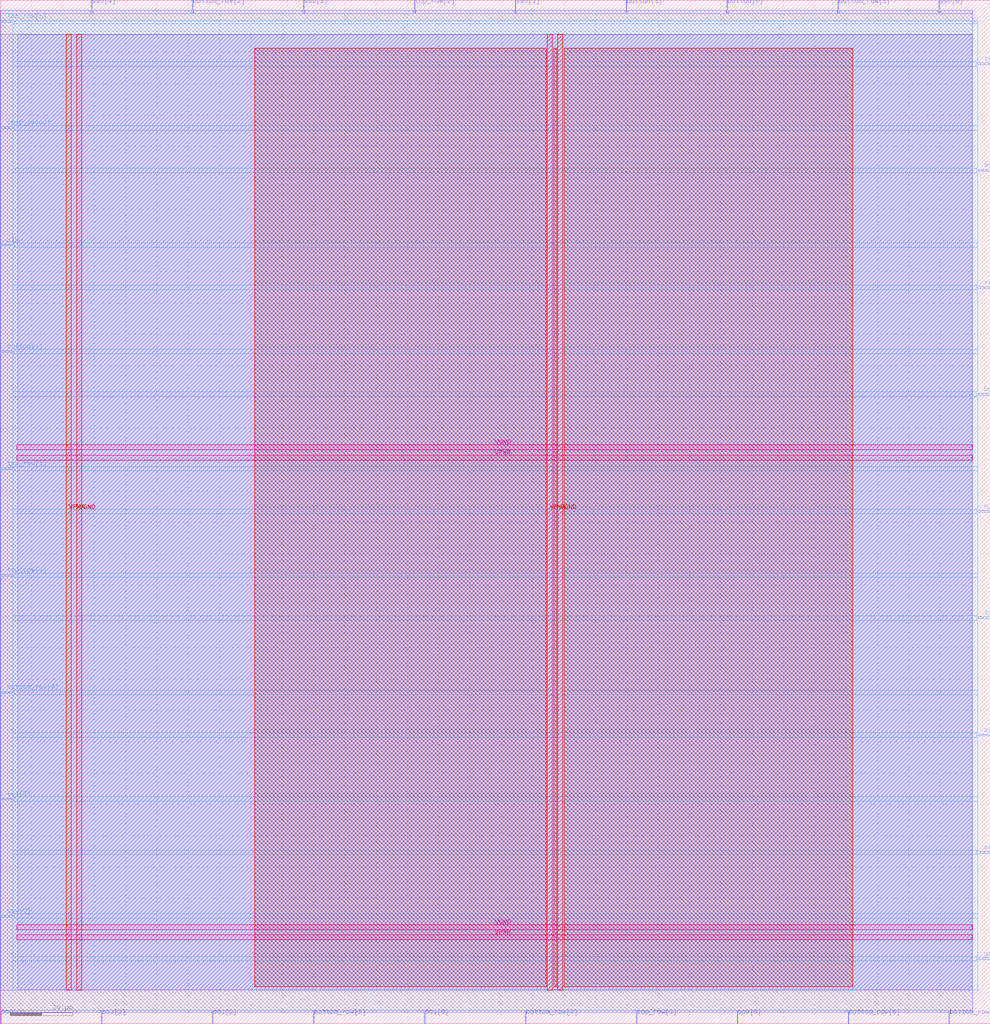
<source format=lef>
VERSION 5.7 ;
  NOWIREEXTENSIONATPIN ON ;
  DIVIDERCHAR "/" ;
  BUSBITCHARS "[]" ;
MACRO Guitar_Villains
  CLASS BLOCK ;
  FOREIGN Guitar_Villains ;
  ORIGIN 0.000 0.000 ;
  SIZE 315.970 BY 326.690 ;
  PIN VGND
    DIRECTION INOUT ;
    USE GROUND ;
    PORT
      LAYER met4 ;
        RECT 24.340 10.640 25.940 315.760 ;
    END
    PORT
      LAYER met4 ;
        RECT 177.940 10.640 179.540 315.760 ;
    END
    PORT
      LAYER met5 ;
        RECT 5.280 30.030 310.280 31.630 ;
    END
    PORT
      LAYER met5 ;
        RECT 5.280 183.210 310.280 184.810 ;
    END
  END VGND
  PIN VPWR
    DIRECTION INOUT ;
    USE POWER ;
    PORT
      LAYER met4 ;
        RECT 21.040 10.640 22.640 315.760 ;
    END
    PORT
      LAYER met4 ;
        RECT 174.640 10.640 176.240 315.760 ;
    END
    PORT
      LAYER met5 ;
        RECT 5.280 26.730 310.280 28.330 ;
    END
    PORT
      LAYER met5 ;
        RECT 5.280 179.910 310.280 181.510 ;
    END
  END VPWR
  PIN bottom_row[0]
    DIRECTION OUTPUT TRISTATE ;
    USE SIGNAL ;
    ANTENNADIFFAREA 0.795200 ;
    PORT
      LAYER met2 ;
        RECT 167.530 0.000 167.810 4.000 ;
    END
  END bottom_row[0]
  PIN bottom_row[1]
    DIRECTION OUTPUT TRISTATE ;
    USE SIGNAL ;
    ANTENNADIFFAREA 0.795200 ;
    PORT
      LAYER met2 ;
        RECT 302.770 0.000 303.050 4.000 ;
    END
  END bottom_row[1]
  PIN bottom_row[2]
    DIRECTION OUTPUT TRISTATE ;
    USE SIGNAL ;
    ANTENNADIFFAREA 0.795200 ;
    PORT
      LAYER met2 ;
        RECT 61.270 322.690 61.550 326.690 ;
    END
  END bottom_row[2]
  PIN bottom_row[3]
    DIRECTION OUTPUT TRISTATE ;
    USE SIGNAL ;
    ANTENNADIFFAREA 0.795200 ;
    PORT
      LAYER met2 ;
        RECT 267.350 322.690 267.630 326.690 ;
    END
  END bottom_row[3]
  PIN bottom_row[4]
    DIRECTION OUTPUT TRISTATE ;
    USE SIGNAL ;
    ANTENNADIFFAREA 0.795200 ;
    PORT
      LAYER met3 ;
        RECT 0.000 105.440 4.000 106.040 ;
    END
  END bottom_row[4]
  PIN bottom_row[5]
    DIRECTION OUTPUT TRISTATE ;
    USE SIGNAL ;
    ANTENNADIFFAREA 0.445500 ;
    PORT
      LAYER met2 ;
        RECT 99.910 0.000 100.190 4.000 ;
    END
  END bottom_row[5]
  PIN bottom_row[6]
    DIRECTION OUTPUT TRISTATE ;
    USE SIGNAL ;
    ANTENNADIFFAREA 0.795200 ;
    PORT
      LAYER met2 ;
        RECT 270.570 0.000 270.850 4.000 ;
    END
  END bottom_row[6]
  PIN button[0]
    DIRECTION INPUT ;
    USE SIGNAL ;
    ANTENNAGATEAREA 0.196500 ;
    PORT
      LAYER met2 ;
        RECT 231.930 322.690 232.210 326.690 ;
    END
  END button[0]
  PIN button[1]
    DIRECTION INPUT ;
    USE SIGNAL ;
    ANTENNAGATEAREA 0.196500 ;
    PORT
      LAYER met3 ;
        RECT 0.000 214.240 4.000 214.840 ;
    END
  END button[1]
  PIN button[2]
    DIRECTION INPUT ;
    USE SIGNAL ;
    ANTENNAGATEAREA 0.196500 ;
    PORT
      LAYER met3 ;
        RECT 311.970 200.640 315.970 201.240 ;
    END
  END button[2]
  PIN button[3]
    DIRECTION INPUT ;
    USE SIGNAL ;
    ANTENNAGATEAREA 0.196500 ;
    PORT
      LAYER met2 ;
        RECT 199.730 322.690 200.010 326.690 ;
    END
  END button[3]
  PIN chip_select
    DIRECTION INPUT ;
    USE SIGNAL ;
    ANTENNAGATEAREA 0.213000 ;
    PORT
      LAYER met3 ;
        RECT 0.000 285.640 4.000 286.240 ;
    END
  END chip_select
  PIN clk
    DIRECTION INPUT ;
    USE SIGNAL ;
    ANTENNAGATEAREA 0.852000 ;
    PORT
      LAYER met3 ;
        RECT 0.000 248.240 4.000 248.840 ;
    END
  END clk
  PIN green_disp
    DIRECTION OUTPUT TRISTATE ;
    USE SIGNAL ;
    ANTENNADIFFAREA 0.445500 ;
    PORT
      LAYER met3 ;
        RECT 311.970 20.440 315.970 21.040 ;
    END
  END green_disp
  PIN n_rst
    DIRECTION INPUT ;
    USE SIGNAL ;
    ANTENNAGATEAREA 0.213000 ;
    PORT
      LAYER met3 ;
        RECT 311.970 163.240 315.970 163.840 ;
    END
  END n_rst
  PIN red_disp
    DIRECTION OUTPUT TRISTATE ;
    USE SIGNAL ;
    ANTENNADIFFAREA 0.795200 ;
    PORT
      LAYER met3 ;
        RECT 311.970 234.640 315.970 235.240 ;
    END
  END red_disp
  PIN ss0[0]
    DIRECTION OUTPUT TRISTATE ;
    USE SIGNAL ;
    ANTENNADIFFAREA 0.795200 ;
    PORT
      LAYER met2 ;
        RECT 0.090 0.000 0.370 4.000 ;
    END
  END ss0[0]
  PIN ss0[1]
    DIRECTION OUTPUT TRISTATE ;
    USE SIGNAL ;
    ANTENNADIFFAREA 0.795200 ;
    PORT
      LAYER met2 ;
        RECT 164.310 322.690 164.590 326.690 ;
    END
  END ss0[1]
  PIN ss0[2]
    DIRECTION OUTPUT TRISTATE ;
    USE SIGNAL ;
    ANTENNADIFFAREA 0.795200 ;
    PORT
      LAYER met3 ;
        RECT 0.000 34.040 4.000 34.640 ;
    END
  END ss0[2]
  PIN ss0[3]
    DIRECTION OUTPUT TRISTATE ;
    USE SIGNAL ;
    ANTENNADIFFAREA 0.795200 ;
    PORT
      LAYER met2 ;
        RECT 96.690 322.690 96.970 326.690 ;
    END
  END ss0[3]
  PIN ss0[4]
    DIRECTION OUTPUT TRISTATE ;
    USE SIGNAL ;
    ANTENNADIFFAREA 0.445500 ;
    PORT
      LAYER met2 ;
        RECT 29.070 322.690 29.350 326.690 ;
    END
  END ss0[4]
  PIN ss0[5]
    DIRECTION OUTPUT TRISTATE ;
    USE SIGNAL ;
    ANTENNADIFFAREA 0.795200 ;
    PORT
      LAYER met2 ;
        RECT 235.150 0.000 235.430 4.000 ;
    END
  END ss0[5]
  PIN ss0[6]
    DIRECTION OUTPUT TRISTATE ;
    USE SIGNAL ;
    ANTENNADIFFAREA 0.795200 ;
    PORT
      LAYER met2 ;
        RECT 299.550 322.690 299.830 326.690 ;
    END
  END ss0[6]
  PIN ss1[0]
    DIRECTION OUTPUT TRISTATE ;
    USE SIGNAL ;
    ANTENNADIFFAREA 0.795200 ;
    PORT
      LAYER met3 ;
        RECT 311.970 54.440 315.970 55.040 ;
    END
  END ss1[0]
  PIN ss1[1]
    DIRECTION OUTPUT TRISTATE ;
    USE SIGNAL ;
    ANTENNADIFFAREA 0.795200 ;
    PORT
      LAYER met2 ;
        RECT 32.290 0.000 32.570 4.000 ;
    END
  END ss1[1]
  PIN ss1[2]
    DIRECTION OUTPUT TRISTATE ;
    USE SIGNAL ;
    ANTENNADIFFAREA 0.795200 ;
    PORT
      LAYER met2 ;
        RECT 67.710 0.000 67.990 4.000 ;
    END
  END ss1[2]
  PIN ss1[3]
    DIRECTION OUTPUT TRISTATE ;
    USE SIGNAL ;
    ANTENNADIFFAREA 0.795200 ;
    PORT
      LAYER met3 ;
        RECT 0.000 71.440 4.000 72.040 ;
    END
  END ss1[3]
  PIN ss1[4]
    DIRECTION OUTPUT TRISTATE ;
    USE SIGNAL ;
    ANTENNADIFFAREA 0.445500 ;
    PORT
      LAYER met3 ;
        RECT 311.970 91.840 315.970 92.440 ;
    END
  END ss1[4]
  PIN ss1[5]
    DIRECTION OUTPUT TRISTATE ;
    USE SIGNAL ;
    ANTENNADIFFAREA 0.795200 ;
    PORT
      LAYER met2 ;
        RECT 135.330 0.000 135.610 4.000 ;
    END
  END ss1[5]
  PIN ss1[6]
    DIRECTION OUTPUT TRISTATE ;
    USE SIGNAL ;
    ANTENNADIFFAREA 0.445500 ;
    PORT
      LAYER met3 ;
        RECT 311.970 272.040 315.970 272.640 ;
    END
  END ss1[6]
  PIN top_row[0]
    DIRECTION OUTPUT TRISTATE ;
    USE SIGNAL ;
    ANTENNADIFFAREA 0.445500 ;
    PORT
      LAYER met3 ;
        RECT 311.970 306.040 315.970 306.640 ;
    END
  END top_row[0]
  PIN top_row[1]
    DIRECTION OUTPUT TRISTATE ;
    USE SIGNAL ;
    ANTENNADIFFAREA 0.795200 ;
    PORT
      LAYER met3 ;
        RECT 0.000 176.840 4.000 177.440 ;
    END
  END top_row[1]
  PIN top_row[2]
    DIRECTION OUTPUT TRISTATE ;
    USE SIGNAL ;
    ANTENNADIFFAREA 0.795200 ;
    PORT
      LAYER met2 ;
        RECT 132.110 322.690 132.390 326.690 ;
    END
  END top_row[2]
  PIN top_row[3]
    DIRECTION OUTPUT TRISTATE ;
    USE SIGNAL ;
    ANTENNADIFFAREA 0.795200 ;
    PORT
      LAYER met2 ;
        RECT 202.950 0.000 203.230 4.000 ;
    END
  END top_row[3]
  PIN top_row[4]
    DIRECTION OUTPUT TRISTATE ;
    USE SIGNAL ;
    ANTENNADIFFAREA 0.795200 ;
    PORT
      LAYER met3 ;
        RECT 0.000 142.840 4.000 143.440 ;
    END
  END top_row[4]
  PIN top_row[5]
    DIRECTION OUTPUT TRISTATE ;
    USE SIGNAL ;
    ANTENNADIFFAREA 0.795200 ;
    PORT
      LAYER met3 ;
        RECT 0.000 319.640 4.000 320.240 ;
    END
  END top_row[5]
  PIN top_row[6]
    DIRECTION OUTPUT TRISTATE ;
    USE SIGNAL ;
    ANTENNADIFFAREA 0.795200 ;
    PORT
      LAYER met3 ;
        RECT 311.970 129.240 315.970 129.840 ;
    END
  END top_row[6]
  OBS
      LAYER li1 ;
        RECT 5.520 10.795 310.040 315.605 ;
      LAYER met1 ;
        RECT 0.070 10.640 310.430 315.760 ;
      LAYER met2 ;
        RECT 0.100 322.410 28.790 323.410 ;
        RECT 29.630 322.410 60.990 323.410 ;
        RECT 61.830 322.410 96.410 323.410 ;
        RECT 97.250 322.410 131.830 323.410 ;
        RECT 132.670 322.410 164.030 323.410 ;
        RECT 164.870 322.410 199.450 323.410 ;
        RECT 200.290 322.410 231.650 323.410 ;
        RECT 232.490 322.410 267.070 323.410 ;
        RECT 267.910 322.410 299.270 323.410 ;
        RECT 300.110 322.410 310.410 323.410 ;
        RECT 0.100 4.280 310.410 322.410 ;
        RECT 0.650 3.670 32.010 4.280 ;
        RECT 32.850 3.670 67.430 4.280 ;
        RECT 68.270 3.670 99.630 4.280 ;
        RECT 100.470 3.670 135.050 4.280 ;
        RECT 135.890 3.670 167.250 4.280 ;
        RECT 168.090 3.670 202.670 4.280 ;
        RECT 203.510 3.670 234.870 4.280 ;
        RECT 235.710 3.670 270.290 4.280 ;
        RECT 271.130 3.670 302.490 4.280 ;
        RECT 303.330 3.670 310.410 4.280 ;
      LAYER met3 ;
        RECT 4.400 319.240 311.970 320.090 ;
        RECT 4.000 307.040 311.970 319.240 ;
        RECT 4.000 305.640 311.570 307.040 ;
        RECT 4.000 286.640 311.970 305.640 ;
        RECT 4.400 285.240 311.970 286.640 ;
        RECT 4.000 273.040 311.970 285.240 ;
        RECT 4.000 271.640 311.570 273.040 ;
        RECT 4.000 249.240 311.970 271.640 ;
        RECT 4.400 247.840 311.970 249.240 ;
        RECT 4.000 235.640 311.970 247.840 ;
        RECT 4.000 234.240 311.570 235.640 ;
        RECT 4.000 215.240 311.970 234.240 ;
        RECT 4.400 213.840 311.970 215.240 ;
        RECT 4.000 201.640 311.970 213.840 ;
        RECT 4.000 200.240 311.570 201.640 ;
        RECT 4.000 177.840 311.970 200.240 ;
        RECT 4.400 176.440 311.970 177.840 ;
        RECT 4.000 164.240 311.970 176.440 ;
        RECT 4.000 162.840 311.570 164.240 ;
        RECT 4.000 143.840 311.970 162.840 ;
        RECT 4.400 142.440 311.970 143.840 ;
        RECT 4.000 130.240 311.970 142.440 ;
        RECT 4.000 128.840 311.570 130.240 ;
        RECT 4.000 106.440 311.970 128.840 ;
        RECT 4.400 105.040 311.970 106.440 ;
        RECT 4.000 92.840 311.970 105.040 ;
        RECT 4.000 91.440 311.570 92.840 ;
        RECT 4.000 72.440 311.970 91.440 ;
        RECT 4.400 71.040 311.970 72.440 ;
        RECT 4.000 55.440 311.970 71.040 ;
        RECT 4.000 54.040 311.570 55.440 ;
        RECT 4.000 35.040 311.970 54.040 ;
        RECT 4.400 33.640 311.970 35.040 ;
        RECT 4.000 21.440 311.970 33.640 ;
        RECT 4.000 20.040 311.570 21.440 ;
        RECT 4.000 10.715 311.970 20.040 ;
      LAYER met4 ;
        RECT 81.255 11.735 174.240 311.265 ;
        RECT 176.640 11.735 177.540 311.265 ;
        RECT 179.940 11.735 272.025 311.265 ;
  END
END Guitar_Villains
END LIBRARY


</source>
